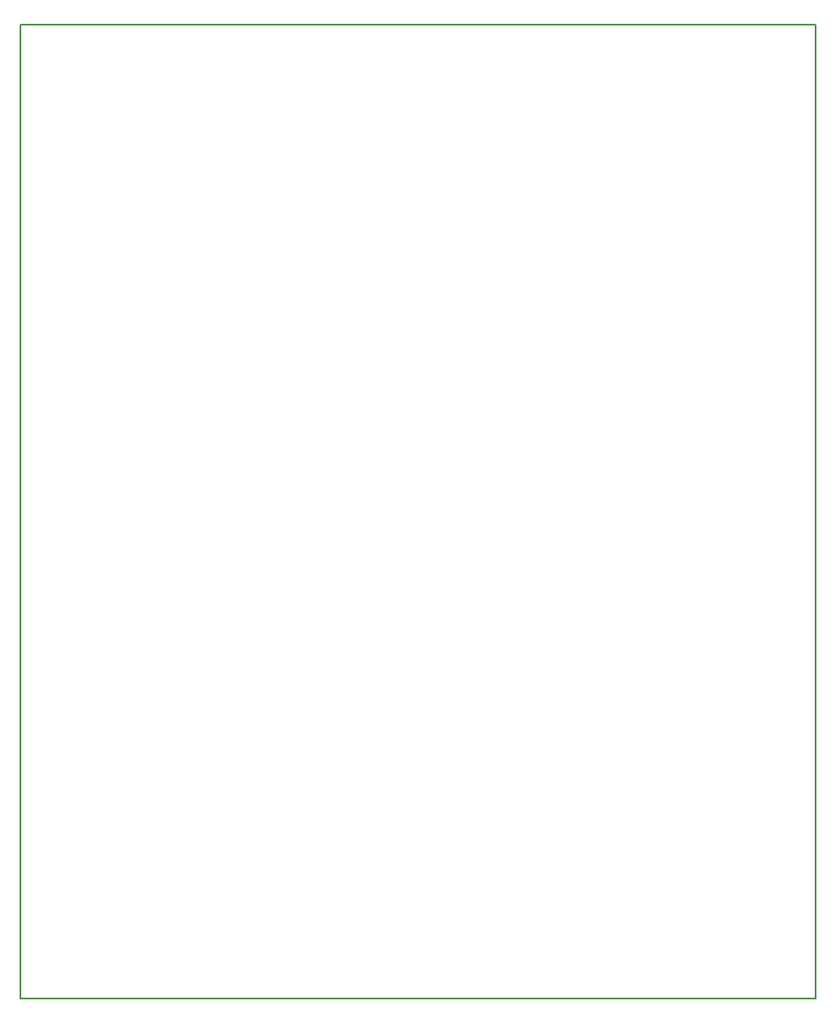
<source format=gbr>
G04 #@! TF.FileFunction,Profile,NP*
%FSLAX46Y46*%
G04 Gerber Fmt 4.6, Leading zero omitted, Abs format (unit mm)*
G04 Created by KiCad (PCBNEW 4.0.7) date 05/17/18 11:27:15*
%MOMM*%
%LPD*%
G01*
G04 APERTURE LIST*
%ADD10C,0.100000*%
%ADD11C,0.150000*%
G04 APERTURE END LIST*
D10*
D11*
X15748000Y-33782000D02*
X94996000Y-33782000D01*
X15748000Y-130810000D02*
X15748000Y-33782000D01*
X94996000Y-130810000D02*
X15748000Y-130810000D01*
X94996000Y-33782000D02*
X94996000Y-130810000D01*
M02*

</source>
